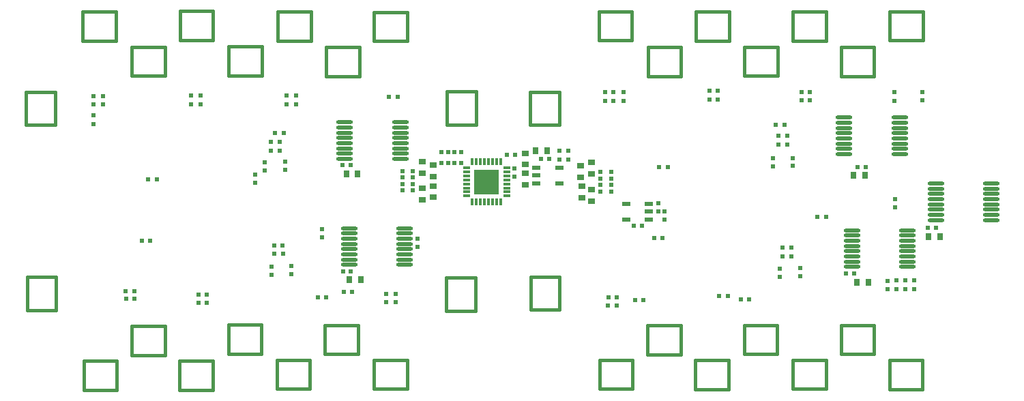
<source format=gtp>
G04*
G04 #@! TF.GenerationSoftware,Altium Limited,Altium Designer,18.1.6 (161)*
G04*
G04 Layer_Color=8421504*
%FSLAX44Y44*%
%MOMM*%
G71*
G01*
G75*
%ADD14C,0.4064*%
%ADD15O,2.1000X0.4500*%
%ADD16R,0.5000X0.6000*%
%ADD17R,0.6000X0.5000*%
%ADD18R,0.6000X0.5500*%
%ADD19R,1.1000X0.6000*%
%ADD20R,0.9000X0.8000*%
%ADD21R,0.5500X0.6000*%
%ADD22R,0.6000X0.6000*%
%ADD23R,0.8000X0.9000*%
%ADD24R,0.6000X0.6000*%
%ADD25R,3.1496X3.1496*%
%ADD26R,0.3048X0.8128*%
%ADD27R,0.8128X0.3048*%
D14*
X709823Y364423D02*
Y405571D01*
X673755Y364423D02*
Y405571D01*
Y364423D02*
X709823D01*
X673755Y405571D02*
X709823D01*
X1161070Y469144D02*
Y505212D01*
X1119922Y469144D02*
Y505212D01*
X1161070D01*
X1119922Y469144D02*
X1161070D01*
X1119462Y36328D02*
Y72396D01*
X1160610Y36328D02*
Y72396D01*
X1119462Y36328D02*
X1160610D01*
X1119462Y72396D02*
X1160610D01*
X980222Y79820D02*
Y115888D01*
X939074Y79820D02*
Y115888D01*
X980222D01*
X939074Y79820D02*
X980222D01*
X878862Y36016D02*
Y72084D01*
X920010Y36016D02*
Y72084D01*
X878862Y36016D02*
X920010D01*
X878862Y72084D02*
X920010D01*
X860496Y79396D02*
Y115464D01*
X819348Y79396D02*
Y115464D01*
X860496D01*
X819348Y79396D02*
X860496D01*
X999760Y36469D02*
Y72537D01*
X1040908Y36469D02*
Y72537D01*
X999760Y36469D02*
X1040908D01*
X999760Y72537D02*
X1040908D01*
X1100618Y79762D02*
Y115830D01*
X1059470Y79762D02*
Y115830D01*
X1100618D01*
X1059470Y79762D02*
X1100618D01*
X939546Y425374D02*
Y461442D01*
X980694Y425374D02*
Y461442D01*
X939546Y425374D02*
X980694D01*
X939546Y461442D02*
X980694D01*
X920540Y468718D02*
Y504786D01*
X879392Y468718D02*
Y504786D01*
X920540D01*
X879392Y468718D02*
X920540D01*
X800109Y469199D02*
Y505267D01*
X758961Y469199D02*
Y505267D01*
X800109D01*
X758961Y469199D02*
X800109D01*
X674056Y176040D02*
X710124D01*
X674056Y134892D02*
X710124D01*
X674056D02*
Y176040D01*
X710124Y134892D02*
Y176040D01*
X569610Y133605D02*
X605678D01*
X569610Y174753D02*
X605678D01*
Y133605D02*
Y174753D01*
X569610Y133605D02*
Y174753D01*
X759730Y36494D02*
Y72562D01*
X800878Y36494D02*
Y72562D01*
X759730Y36494D02*
X800878D01*
X759730Y72562D02*
X800878D01*
X1040868Y468884D02*
Y504952D01*
X999720Y468884D02*
Y504952D01*
X1040868D01*
X999720Y468884D02*
X1040868D01*
X819682Y424942D02*
Y461010D01*
X860830Y424942D02*
Y461010D01*
X819682Y424942D02*
X860830D01*
X819682Y461010D02*
X860830D01*
X570418Y364893D02*
X606486D01*
X570418Y406041D02*
X606486D01*
Y364893D02*
Y406041D01*
X570418Y364893D02*
Y406041D01*
X1059410Y424942D02*
Y461010D01*
X1100558Y424942D02*
Y461010D01*
X1059410Y424942D02*
X1100558D01*
X1059410Y461010D02*
X1100558D01*
X340090Y80094D02*
Y116162D01*
X298942Y80094D02*
Y116162D01*
X340090D01*
X298942Y80094D02*
X340090D01*
X459978Y79708D02*
Y115776D01*
X418830Y79708D02*
Y115776D01*
X459978D01*
X418830Y79708D02*
X459978D01*
X49352Y134185D02*
X85420D01*
X49352Y175333D02*
X85420D01*
Y134185D02*
Y175333D01*
X49352Y134185D02*
Y175333D01*
X220650Y78546D02*
Y114614D01*
X179502Y78546D02*
Y114614D01*
X220650D01*
X179502Y78546D02*
X220650D01*
X359166Y36469D02*
Y72537D01*
X400314Y36469D02*
Y72537D01*
X359166Y36469D02*
X400314D01*
X359166Y72537D02*
X400314D01*
X479622Y36469D02*
Y72537D01*
X520770Y36469D02*
Y72537D01*
X479622Y36469D02*
X520770D01*
X479622Y72537D02*
X520770D01*
X119704Y35544D02*
Y71612D01*
X160852Y35544D02*
Y71612D01*
X119704Y35544D02*
X160852D01*
X119704Y71612D02*
X160852D01*
X238322Y35544D02*
Y71612D01*
X279470Y35544D02*
Y71612D01*
X238322Y35544D02*
X279470D01*
X238322Y71612D02*
X279470D01*
X280138Y469724D02*
Y505792D01*
X238990Y469724D02*
Y505792D01*
X280138D01*
X238990Y469724D02*
X280138D01*
X401490Y468630D02*
Y504698D01*
X360342Y468630D02*
Y504698D01*
X401490D01*
X360342Y468630D02*
X401490D01*
X521124Y468424D02*
Y504492D01*
X479976Y468424D02*
Y504492D01*
X521124D01*
X479976Y468424D02*
X521124D01*
X48000Y364320D02*
X84068D01*
X48000Y405468D02*
X84068D01*
Y364320D02*
Y405468D01*
X48000Y364320D02*
Y405468D01*
X299490Y425704D02*
Y461772D01*
X340638Y425704D02*
Y461772D01*
X299490Y425704D02*
X340638D01*
X299490Y461772D02*
X340638D01*
X420394Y424688D02*
Y460756D01*
X461542Y424688D02*
Y460756D01*
X420394Y424688D02*
X461542D01*
X420394Y460756D02*
X461542D01*
X179086Y425368D02*
Y461436D01*
X220234Y425368D02*
Y461436D01*
X179086Y425368D02*
X220234D01*
X179086Y461436D02*
X220234D01*
X159248Y468906D02*
Y504974D01*
X118100Y468906D02*
Y504974D01*
X159248D01*
X118100Y468906D02*
X159248D01*
D15*
X518072Y190754D02*
D03*
Y197254D02*
D03*
Y203754D02*
D03*
Y210254D02*
D03*
Y216754D02*
D03*
Y223254D02*
D03*
Y229754D02*
D03*
Y236254D02*
D03*
X449072Y190754D02*
D03*
Y197254D02*
D03*
Y203754D02*
D03*
Y210254D02*
D03*
Y216754D02*
D03*
Y223254D02*
D03*
Y229754D02*
D03*
Y236254D02*
D03*
X1073150Y233680D02*
D03*
Y227180D02*
D03*
Y220680D02*
D03*
Y214180D02*
D03*
Y207680D02*
D03*
Y201180D02*
D03*
Y194680D02*
D03*
Y188180D02*
D03*
X1142150Y233680D02*
D03*
Y227180D02*
D03*
Y220680D02*
D03*
Y214180D02*
D03*
Y207680D02*
D03*
Y201180D02*
D03*
Y194680D02*
D03*
Y188180D02*
D03*
X1177124Y291710D02*
D03*
Y285210D02*
D03*
Y278710D02*
D03*
Y272210D02*
D03*
Y265710D02*
D03*
Y259210D02*
D03*
Y252710D02*
D03*
Y246210D02*
D03*
X1246124Y291710D02*
D03*
Y285210D02*
D03*
Y278710D02*
D03*
Y272210D02*
D03*
Y265710D02*
D03*
Y259210D02*
D03*
Y252710D02*
D03*
Y246210D02*
D03*
X1063332Y373668D02*
D03*
Y367168D02*
D03*
Y360668D02*
D03*
Y354168D02*
D03*
Y347668D02*
D03*
Y341168D02*
D03*
Y334668D02*
D03*
Y328168D02*
D03*
X1132332Y373668D02*
D03*
Y367168D02*
D03*
Y360668D02*
D03*
Y354168D02*
D03*
Y347668D02*
D03*
Y341168D02*
D03*
Y334668D02*
D03*
Y328168D02*
D03*
X443318Y367572D02*
D03*
Y361072D02*
D03*
Y354572D02*
D03*
Y348072D02*
D03*
Y341572D02*
D03*
Y335072D02*
D03*
Y328572D02*
D03*
Y322072D02*
D03*
X512318Y367572D02*
D03*
Y361072D02*
D03*
Y354572D02*
D03*
Y348072D02*
D03*
Y341572D02*
D03*
Y335072D02*
D03*
Y328572D02*
D03*
Y322072D02*
D03*
D16*
X377444Y189150D02*
D03*
Y179150D02*
D03*
X352498Y188642D02*
D03*
Y178642D02*
D03*
X1008522Y176356D02*
D03*
Y186356D02*
D03*
X983576Y175848D02*
D03*
Y185848D02*
D03*
X999723Y313410D02*
D03*
Y323410D02*
D03*
X974577Y312902D02*
D03*
Y322902D02*
D03*
X654050Y300054D02*
D03*
Y310054D02*
D03*
X369316Y318436D02*
D03*
Y308436D02*
D03*
X344170Y317928D02*
D03*
Y307928D02*
D03*
D17*
X451278Y182880D02*
D03*
X441278D02*
D03*
X1075356Y180306D02*
D03*
X1065356D02*
D03*
X1177210Y236728D02*
D03*
X1167210D02*
D03*
X1090088Y312420D02*
D03*
X1080088D02*
D03*
X440770Y314706D02*
D03*
X450770D02*
D03*
X654986Y327152D02*
D03*
X644986D02*
D03*
X802006Y239000D02*
D03*
X812006D02*
D03*
X687250Y321818D02*
D03*
X697250D02*
D03*
D18*
X840250Y257000D02*
D03*
Y246500D02*
D03*
X832750Y256878D02*
D03*
Y267378D02*
D03*
X709853Y321648D02*
D03*
Y332148D02*
D03*
X720750D02*
D03*
Y321648D02*
D03*
X332740Y302684D02*
D03*
Y292184D02*
D03*
X533446Y223260D02*
D03*
Y212760D02*
D03*
X1126490Y261704D02*
D03*
Y272204D02*
D03*
X1160018Y394800D02*
D03*
Y405300D02*
D03*
X1150112Y171112D02*
D03*
Y160612D02*
D03*
X1117346Y170858D02*
D03*
Y160358D02*
D03*
X1128268Y171112D02*
D03*
Y160612D02*
D03*
X1139190Y171112D02*
D03*
Y160612D02*
D03*
X1010158Y395054D02*
D03*
Y405554D02*
D03*
X906780Y396070D02*
D03*
Y406570D02*
D03*
X789686Y394546D02*
D03*
Y405046D02*
D03*
X1020826Y394970D02*
D03*
Y405470D02*
D03*
X896112Y396070D02*
D03*
Y406570D02*
D03*
X1125982Y394292D02*
D03*
Y404792D02*
D03*
X415036Y224874D02*
D03*
Y235374D02*
D03*
X495300Y144356D02*
D03*
Y154856D02*
D03*
X262382Y143340D02*
D03*
Y153840D02*
D03*
X506476Y144356D02*
D03*
Y154856D02*
D03*
X272034Y143340D02*
D03*
Y153840D02*
D03*
X371000Y400728D02*
D03*
Y390228D02*
D03*
X131572Y365674D02*
D03*
Y376174D02*
D03*
X143256Y400220D02*
D03*
Y389720D02*
D03*
X132080Y400220D02*
D03*
Y389720D02*
D03*
X383540Y400728D02*
D03*
Y390228D02*
D03*
X252730Y400728D02*
D03*
Y390228D02*
D03*
X264922Y400728D02*
D03*
Y390228D02*
D03*
D19*
X793208Y247250D02*
D03*
Y266250D02*
D03*
X821208D02*
D03*
Y256750D02*
D03*
Y247250D02*
D03*
X709556Y311036D02*
D03*
Y292036D02*
D03*
X681556D02*
D03*
Y301536D02*
D03*
Y311036D02*
D03*
D20*
X749554Y283860D02*
D03*
Y269860D02*
D03*
X737500Y287942D02*
D03*
Y273942D02*
D03*
X553466Y288766D02*
D03*
Y274766D02*
D03*
X539750Y285500D02*
D03*
Y271500D02*
D03*
X667426Y329250D02*
D03*
Y315250D02*
D03*
X736092Y313578D02*
D03*
Y299578D02*
D03*
X749554Y317642D02*
D03*
Y303642D02*
D03*
X553466Y314214D02*
D03*
Y300214D02*
D03*
X539750Y318484D02*
D03*
Y304484D02*
D03*
X667426Y304102D02*
D03*
Y290102D02*
D03*
D21*
X989000Y364750D02*
D03*
X978500D02*
D03*
X827616Y224282D02*
D03*
X838116D02*
D03*
X992489Y339716D02*
D03*
X981989D02*
D03*
X992349Y350638D02*
D03*
X981849D02*
D03*
X1040838Y250250D02*
D03*
X1030338D02*
D03*
X997582Y212277D02*
D03*
X987082D02*
D03*
X945304Y148082D02*
D03*
X934804D02*
D03*
X918888Y151638D02*
D03*
X908388D02*
D03*
X780966Y140462D02*
D03*
X770466D02*
D03*
X781220Y150622D02*
D03*
X770720D02*
D03*
X814240Y147320D02*
D03*
X803740D02*
D03*
X777156Y405384D02*
D03*
X766656D02*
D03*
X776902Y394546D02*
D03*
X766402D02*
D03*
X366504Y215071D02*
D03*
X356004D02*
D03*
X442298Y157480D02*
D03*
X452798D02*
D03*
X172042Y148844D02*
D03*
X182542D02*
D03*
X420540Y150368D02*
D03*
X410040D02*
D03*
X171788Y157734D02*
D03*
X182288D02*
D03*
X498686Y399288D02*
D03*
X509186D02*
D03*
X210016Y296926D02*
D03*
X199516D02*
D03*
X357000Y354572D02*
D03*
X367500D02*
D03*
X362500Y343632D02*
D03*
X352000D02*
D03*
X362482Y332750D02*
D03*
X351982D02*
D03*
X844434Y312420D02*
D03*
X833934D02*
D03*
X997722Y201355D02*
D03*
X987222D02*
D03*
X202100Y220336D02*
D03*
X191600D02*
D03*
X356144Y204149D02*
D03*
X366644D02*
D03*
D22*
X761088Y281878D02*
D03*
Y289878D02*
D03*
Y297878D02*
D03*
Y305878D02*
D03*
X774088D02*
D03*
Y297878D02*
D03*
Y289878D02*
D03*
Y281878D02*
D03*
X528216Y306974D02*
D03*
Y298974D02*
D03*
Y290974D02*
D03*
Y282974D02*
D03*
X515216D02*
D03*
Y290974D02*
D03*
Y298974D02*
D03*
Y306974D02*
D03*
D23*
X694500Y332250D02*
D03*
X680500D02*
D03*
X1079104Y169164D02*
D03*
X1093104D02*
D03*
X1168258Y226060D02*
D03*
X1182258D02*
D03*
X1089264Y302006D02*
D03*
X1075264D02*
D03*
X449358Y172720D02*
D03*
X463358D02*
D03*
X445628Y303784D02*
D03*
X459628D02*
D03*
D24*
X563818Y330350D02*
D03*
X571818D02*
D03*
X579818D02*
D03*
X587818D02*
D03*
Y317350D02*
D03*
X579818D02*
D03*
X571818D02*
D03*
X563818D02*
D03*
D25*
X619506Y293624D02*
D03*
D26*
X601980Y318516D02*
D03*
X607060D02*
D03*
X611886D02*
D03*
X616966D02*
D03*
X622046D02*
D03*
X627126D02*
D03*
X631952D02*
D03*
X637032D02*
D03*
Y268732D02*
D03*
X631952D02*
D03*
X627126D02*
D03*
X622046D02*
D03*
X616966D02*
D03*
X611886D02*
D03*
X607060D02*
D03*
X601980D02*
D03*
D27*
X644398Y311150D02*
D03*
Y306070D02*
D03*
Y301244D02*
D03*
Y296164D02*
D03*
Y291084D02*
D03*
Y286004D02*
D03*
Y281178D02*
D03*
Y276098D02*
D03*
X594614D02*
D03*
Y281178D02*
D03*
Y286004D02*
D03*
Y291084D02*
D03*
Y296164D02*
D03*
Y301244D02*
D03*
Y306070D02*
D03*
Y311150D02*
D03*
M02*

</source>
